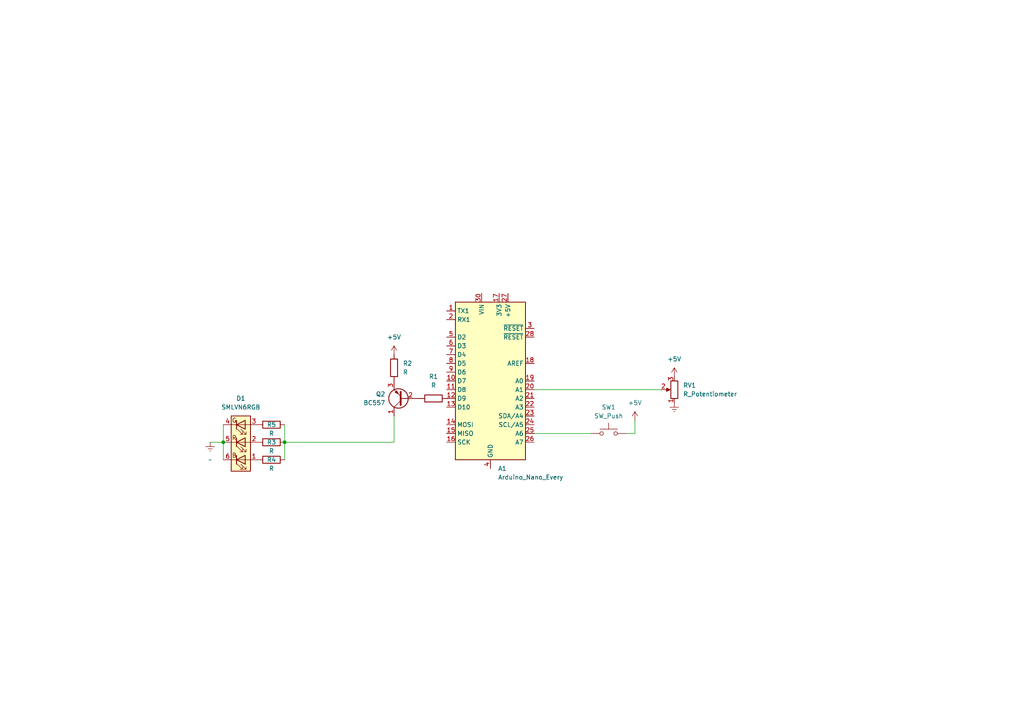
<source format=kicad_sch>
(kicad_sch (version 20231120) (generator "eeschema") (generator_version "8.0")
  (paper "A4")
  (lib_symbols
    (symbol "Device:R" (pin_numbers hide) (pin_names (offset 0))
      (property "Reference" "R" (at 2.032 0 90))
      (property "Value" "R" (at 0 0 90))
      (symbol "R_0_1"
        (rectangle (start -1.016 -2.54) (end 1.016 2.54) (stroke (width 0.254)))
      )
      (symbol "R_1_1"
        (pin passive line (at 0 3.81 270) (length 1.27) (name "~") (number "1"))
        (pin passive line (at 0 -3.81 90) (length 1.27) (name "~") (number "2"))
      )
    )
    (symbol "Device:R_Potentiometer" (pin_names (offset 1.016) hide)
      (property "Reference" "RV" (at -4.445 0 90))
      (property "Value" "R_Potentiometer" (at -2.54 0 90))
      (symbol "R_Potentiometer_0_1"
        (polyline (pts (xy 2.54 0) (xy 1.524 0)))
        (polyline (pts (xy 1.143 0) (xy 2.286 0.508) (xy 2.286 -0.508) (xy 1.143 0)) (fill (type outline)))
        (rectangle (start 1.016 2.54) (end -1.016 -2.54) (stroke (width 0.254)))
      )
      (symbol "R_Potentiometer_1_1"
        (pin passive line (at 0 3.81 270) (length 1.27) (name "1") (number "1"))
        (pin passive line (at 3.81 0 180) (length 1.27) (name "2") (number "2"))
        (pin passive line (at 0 -3.81 90) (length 1.27) (name "3") (number "3"))
      )
    )
    (symbol "LED:SMLVN6RGB" (pin_names (offset 0) hide)
      (property "Reference" "D" (at 0 12.7 0))
      (property "Value" "SMLVN6RGB" (at 0 10.16 0))
      (symbol "SMLVN6RGB_0_0"
        (text "B" (at 1.905 3.81 0) (effects (font (size 1.27 1.27))))
        (text "G" (at 1.905 -6.35 0) (effects (font (size 1.27 1.27))))
        (text "R" (at 1.905 -1.27 0) (effects (font (size 1.27 1.27))))
      )
      (symbol "SMLVN6RGB_0_1"
        (rectangle (start -2.794 8.382) (end 2.794 -7.62) (stroke (width 0.254)) (fill (type background)))
        (rectangle (start -1.27 -1.27) (end -1.27 1.27))
        (rectangle (start -1.27 1.27) (end -1.27 1.27))
        (rectangle (start -1.27 3.81) (end -1.27 6.35))
        (rectangle (start -1.27 6.35) (end -1.27 6.35))
        (polyline (pts (xy -1.27 -5.08) (xy -2.54 -5.08)))
        (polyline (pts (xy -1.27 0) (xy -2.54 0)))
        (polyline (pts (xy -1.27 0) (xy 1.27 0)))
        (polyline (pts (xy -1.27 5.08) (xy -2.54 5.08)))
        (polyline (pts (xy 1.27 -5.08) (xy -1.27 -5.08)))
        (polyline (pts (xy 1.27 -5.08) (xy 2.54 -5.08)))
        (polyline (pts (xy 1.27 -3.81) (xy 1.27 -6.35)) (stroke (width 0.254)))
        (polyline (pts (xy 1.27 0) (xy 2.54 0)))
        (polyline (pts (xy 1.27 1.27) (xy 1.27 -1.27)) (stroke (width 0.254)))
        (polyline (pts (xy 1.27 5.08) (xy -1.27 5.08)))
        (polyline (pts (xy 1.27 5.08) (xy 2.54 5.08)))
        (polyline (pts (xy 1.27 6.35) (xy 1.27 3.81)) (stroke (width 0.254)))
        (polyline (pts (xy 1.27 1.27) (xy 1.27 -1.27) (xy 1.27 -1.27)))
        (polyline (pts (xy 1.27 6.35) (xy 1.27 3.81) (xy 1.27 3.81)))
        (polyline (pts (xy -1.27 -3.81) (xy -1.27 -6.35) (xy 1.27 -5.08) (xy -1.27 -3.81)) (stroke (width 0.254)))
        (polyline (pts (xy -1.27 1.27) (xy -1.27 -1.27) (xy 1.27 0) (xy -1.27 1.27)) (stroke (width 0.254)))
        (polyline (pts (xy -1.27 6.35) (xy -1.27 3.81) (xy 1.27 5.08) (xy -1.27 6.35)) (stroke (width 0.254)))
        (polyline (pts (xy 0 -3.81) (xy -1.524 -2.286) (xy -0.762 -2.286) (xy -1.524 -2.286) (xy -1.524 -3.048)))
        (polyline (pts (xy 0 1.27) (xy -1.524 2.794) (xy -0.762 2.794) (xy -1.524 2.794) (xy -1.524 2.032)))
        (polyline (pts (xy 0 6.35) (xy -1.524 7.874) (xy -0.762 7.874) (xy -1.524 7.874) (xy -1.524 7.112)))
        (polyline (pts (xy 1.016 -3.81) (xy -0.508 -2.286) (xy 0.254 -2.286) (xy -0.508 -2.286) (xy -0.508 -3.048)))
        (polyline (pts (xy 1.016 1.27) (xy -0.508 2.794) (xy 0.254 2.794) (xy -0.508 2.794) (xy -0.508 2.032)))
        (polyline (pts (xy 1.016 6.35) (xy -0.508 7.874) (xy 0.254 7.874) (xy -0.508 7.874) (xy -0.508 7.112)))
      )
      (symbol "SMLVN6RGB_1_1"
        (pin passive line (at -5.08 5.08 0) (length 2.54) (name "BA") (number "1"))
        (pin passive line (at -5.08 0 0) (length 2.54) (name "RA") (number "2"))
        (pin passive line (at -5.08 -5.08 0) (length 2.54) (name "GA") (number "3"))
        (pin passive line (at 5.08 -5.08 180) (length 2.54) (name "GK") (number "4"))
        (pin passive line (at 5.08 0 180) (length 2.54) (name "RK") (number "5"))
        (pin passive line (at 5.08 5.08 180) (length 2.54) (name "BK") (number "6"))
      )
    )
    (symbol "MCU_Module:Arduino_Nano_Every"
      (property "Reference" "A" (at -10.16 23.495 0))
      (property "Value" "Arduino_Nano_Every" (at 5.08 -24.13 0))
      (symbol "Arduino_Nano_Every_0_1"
        (rectangle (start -10.16 22.86) (end 10.16 -22.86) (stroke (width 0.254)) (fill (type background)))
      )
      (symbol "Arduino_Nano_Every_1_1"
        (pin bidirectional line (at -12.7 20.32 0) (length 2.54) (name "TX1") (number "1"))
        (pin bidirectional line (at -12.7 0 0) (length 2.54) (name "D7") (number "10"))
        (pin bidirectional line (at -12.7 -2.54 0) (length 2.54) (name "D8") (number "11"))
        (pin bidirectional line (at -12.7 -5.08 0) (length 2.54) (name "D9") (number "12"))
        (pin bidirectional line (at -12.7 -7.62 0) (length 2.54) (name "D10") (number "13"))
        (pin bidirectional line (at -12.7 -12.7 0) (length 2.54) (name "MOSI") (number "14"))
        (pin bidirectional line (at -12.7 -15.24 0) (length 2.54) (name "MISO") (number "15"))
        (pin bidirectional line (at -12.7 -17.78 0) (length 2.54) (name "SCK") (number "16"))
        (pin power_out line (at 2.54 25.4 270) (length 2.54) (name "3V3") (number "17"))
        (pin input line (at 12.7 5.08 180) (length 2.54) (name "AREF") (number "18"))
        (pin bidirectional line (at 12.7 0 180) (length 2.54) (name "A0") (number "19"))
        (pin bidirectional line (at -12.7 17.78 0) (length 2.54) (name "RX1") (number "2"))
        (pin bidirectional line (at 12.7 -2.54 180) (length 2.54) (name "A1") (number "20"))
        (pin bidirectional line (at 12.7 -5.08 180) (length 2.54) (name "A2") (number "21"))
        (pin bidirectional line (at 12.7 -7.62 180) (length 2.54) (name "A3") (number "22"))
        (pin bidirectional line (at 12.7 -10.16 180) (length 2.54) (name "SDA/A4") (number "23"))
        (pin bidirectional line (at 12.7 -12.7 180) (length 2.54) (name "SCL/A5") (number "24"))
        (pin bidirectional line (at 12.7 -15.24 180) (length 2.54) (name "A6") (number "25"))
        (pin bidirectional line (at 12.7 -17.78 180) (length 2.54) (name "A7") (number "26"))
        (pin power_out line (at 5.08 25.4 270) (length 2.54) (name "+5V") (number "27"))
        (pin input line (at 12.7 12.7 180) (length 2.54) (name "~{RESET}") (number "28"))
        (pin passive line (at 0 -25.4 90) (length 2.54) hide (name "GND") (number "29"))
        (pin input line (at 12.7 15.24 180) (length 2.54) (name "~{RESET}") (number "3"))
        (pin power_in line (at -2.54 25.4 270) (length 2.54) (name "VIN") (number "30"))
        (pin power_in line (at 0 -25.4 90) (length 2.54) (name "GND") (number "4"))
        (pin bidirectional line (at -12.7 12.7 0) (length 2.54) (name "D2") (number "5"))
        (pin bidirectional line (at -12.7 10.16 0) (length 2.54) (name "D3") (number "6"))
        (pin bidirectional line (at -12.7 7.62 0) (length 2.54) (name "D4") (number "7"))
        (pin bidirectional line (at -12.7 5.08 0) (length 2.54) (name "D5") (number "8"))
        (pin bidirectional line (at -12.7 2.54 0) (length 2.54) (name "D6") (number "9"))
      )
    )
    (symbol "Switch:SW_Push" (pin_numbers hide) (pin_names (offset 1.016) hide)
      (property "Reference" "SW" (at 1.27 2.54 0))
      (property "Value" "SW_Push" (at 0 -1.524 0))
      (symbol "SW_Push_0_1"
        (circle (center -2.032 0) (radius 0.508))
        (polyline (pts (xy 0 1.27) (xy 0 3.048)))
        (polyline (pts (xy 2.54 1.27) (xy -2.54 1.27)))
        (circle (center 2.032 0) (radius 0.508))
        (pin passive line (at -5.08 0 0) (length 2.54) (name "1") (number "1"))
        (pin passive line (at 5.08 0 180) (length 2.54) (name "2") (number "2"))
      )
    )
    (symbol "Transistor_BJT:BC557" (pin_names (offset 0) hide)
      (property "Reference" "Q" (at 5.08 1.905 0))
      (property "Value" "BC557" (at 5.08 0 0))
      (symbol "BC557_0_1"
        (polyline (pts (xy 0.635 0.635) (xy 2.54 2.54)))
        (polyline (pts (xy 0.635 -0.635) (xy 2.54 -2.54) (xy 2.54 -2.54)))
        (polyline (pts (xy 0.635 1.905) (xy 0.635 -1.905) (xy 0.635 -1.905)) (stroke (width 0.508)))
        (polyline (pts (xy 2.286 -1.778) (xy 1.778 -2.286) (xy 1.27 -1.27) (xy 2.286 -1.778) (xy 2.286 -1.778)) (fill (type outline)))
        (circle (center 1.27 0) (radius 2.8194) (stroke (width 0.254)))
      )
      (symbol "BC557_1_1"
        (pin passive line (at 2.54 5.08 270) (length 2.54) (name "C") (number "1"))
        (pin input line (at -5.08 0 0) (length 5.715) (name "B") (number "2"))
        (pin passive line (at 2.54 -5.08 90) (length 2.54) (name "E") (number "3"))
      )
    )
    (symbol "power:+5V" (power) (pin_numbers hide) (pin_names (offset 0) hide)
      (property "Value" "+5V" (at 0 3.556 0))
      (symbol "+5V_0_1"
        (polyline (pts (xy -0.762 1.27) (xy 0 2.54)))
        (polyline (pts (xy 0 0) (xy 0 2.54)))
        (polyline (pts (xy 0 2.54) (xy 0.762 1.27)))
      )
      (symbol "+5V_1_1"
        (pin power_in line (at 0 0 90) (length 0) (name "~") (number "1"))
      )
    )
    (symbol "power:Earth" (power) (pin_numbers hide) (pin_names (offset 0) hide)
      (property "Value" "Earth" (at 0 -3.81 0))
      (symbol "Earth_0_1"
        (polyline (pts (xy -0.635 -1.905) (xy 0.635 -1.905)))
        (polyline (pts (xy -0.127 -2.54) (xy 0.127 -2.54)))
        (polyline (pts (xy 0 -1.27) (xy 0 0)))
        (polyline (pts (xy 1.27 -1.27) (xy -1.27 -1.27)))
      )
      (symbol "Earth_1_1"
        (pin power_in line (at 0 0 270) (length 0) (name "~") (number "1"))
      )
    )
  )
  (junction (at 64.77 128.27))
  (junction (at 82.55 128.27))
  (wire (pts (xy 82.55 123.19) (xy 82.55 128.27)))
  (wire (pts (xy 64.77 123.19) (xy 64.77 128.27)))
  (wire (pts (xy 154.94 113.03) (xy 191.77 113.03)))
  (wire (pts (xy 181.61 125.73) (xy 184.15 125.73)))
  (wire (pts (xy 114.3 128.27) (xy 114.3 120.65)))
  (wire (pts (xy 82.55 128.27) (xy 82.55 133.35)))
  (wire (pts (xy 60.96 128.27) (xy 64.77 128.27)))
  (wire (pts (xy 64.77 128.27) (xy 64.77 133.35)))
  (wire (pts (xy 154.94 125.73) (xy 171.45 125.73)))
  (wire (pts (xy 184.15 121.92) (xy 184.15 125.73)))
  (wire (pts (xy 82.55 128.27) (xy 114.3 128.27)))
  (symbol (lib_id "Device:R") (at 78.74 133.35 270) (unit 1)
    (property "Reference" "R4" (at 78.74 133.35 90))
    (property "Value" "R" (at 78.74 135.89 90))
    (property "Description" "Resistor" (effects (hide yes)))
  )
  (symbol (lib_id "power:+5V") (at 195.58 109.22 0) (unit 1)
    (property "Reference" "#PWR01" (effects (hide yes)))
    (property "Value" "+5V" (at 195.58 104.14 0))
    (property "Description" "Power symbol creates a global label with name \"+5V\"" (effects (hide yes)))
  )
  (symbol (lib_id "Device:R_Potentiometer") (at 195.58 113.03 180) (unit 1)
    (property "Reference" "RV1" (at 198.12 111.7599 0) (effects (justify right)))
    (property "Value" "R_Potentiometer" (at 198.12 114.2999 0) (effects (justify right)))
    (property "Description" "Potentiometer" (effects (hide yes)))
  )
  (symbol (lib_id "Device:R") (at 114.3 106.68 0) (unit 1)
    (property "Reference" "R2" (at 116.84 105.4099 0) (effects (justify left)))
    (property "Value" "R" (at 116.84 107.9499 0) (effects (justify left)))
    (property "Description" "Resistor" (effects (hide yes)))
  )
  (symbol (lib_id "LED:SMLVN6RGB") (at 69.85 128.27 180) (unit 1)
    (property "Reference" "D1" (at 69.85 115.57 0))
    (property "Value" "SMLVN6RGB" (at 69.85 118.11 0))
    (property "Footprint" "LED_SMD:LED_ROHM_SMLVN6" (effects (hide yes)))
    (property "Datasheet" "https://www.rohm.com/datasheet/SMLVN6RGB1U" (effects (hide yes)))
    (property "Description" "High Brightness Tri-Color LED, RGB, 3.5x2.8mm" (effects (hide yes)))
  )
  (symbol (lib_id "Device:R") (at 78.74 128.27 270) (unit 1)
    (property "Reference" "R3" (at 78.74 128.27 90))
    (property "Value" "R" (at 78.74 130.81 90))
    (property "Description" "Resistor" (effects (hide yes)))
  )
  (symbol (lib_id "Device:R") (at 78.74 123.19 270) (unit 1)
    (property "Reference" "R5" (at 78.74 123.19 90))
    (property "Value" "R" (at 78.74 125.73 90))
    (property "Description" "Resistor" (effects (hide yes)))
  )
  (symbol (lib_id "Switch:SW_Push") (at 176.53 125.73 0) (unit 1)
    (property "Reference" "SW1" (at 176.53 118.11 0))
    (property "Value" "SW_Push" (at 176.53 120.65 0))
    (property "Description" "Push button switch, generic, two pins" (effects (hide yes)))
  )
  (symbol (lib_id "Transistor_BJT:BC557") (at 116.84 115.57 180) (unit 1)
    (property "Reference" "Q2" (at 111.76 114.2999 0) (effects (justify left)))
    (property "Value" "BC557" (at 111.76 116.8399 0) (effects (justify left)))
    (property "Footprint" "Package_TO_SOT_THT:TO-92_Inline" (effects (hide yes)))
    (property "Datasheet" "https://www.onsemi.com/pub/Collateral/BC556BTA-D.pdf" (effects (hide yes)))
    (property "Description" "0.1A Ic, 45V Vce, PNP Small Signal Transistor, TO-92" (effects (hide yes)))
  )
  (symbol (lib_id "MCU_Module:Arduino_Nano_Every") (at 142.24 110.49 0) (unit 1)
    (property "Reference" "A1" (at 144.4341 135.89 0) (effects (justify left)))
    (property "Value" "Arduino_Nano_Every" (at 144.4341 138.43 0) (effects (justify left)))
    (property "Footprint" "Module:Arduino_Nano" (effects (hide yes)))
    (property "Datasheet" "https://content.arduino.cc/assets/NANOEveryV3.0_sch.pdf" (effects (hide yes)))
    (property "Description" "Arduino Nano Every" (effects (hide yes)))
  )
  (symbol (lib_id "power:Earth") (at 195.58 116.84 0) (unit 1)
    (property "Reference" "#PWR06" (effects (hide yes)))
    (property "Value" "Earth" (effects (hide yes)))
    (property "Description" "Power symbol creates a global label with name \"Earth\"" (effects (hide yes)))
  )
  (symbol (lib_id "power:+5V") (at 114.3 102.87 0) (unit 1)
    (property "Reference" "#PWR04" (effects (hide yes)))
    (property "Value" "+5V" (at 114.3 97.79 0))
    (property "Description" "Power symbol creates a global label with name \"+5V\"" (effects (hide yes)))
  )
  (symbol (lib_id "power:Earth") (at 60.96 128.27 0) (unit 1)
    (property "Reference" "#PWR05" (effects (hide yes)))
    (property "Value" "~" (at 60.96 133.35 0))
    (property "Description" "Power symbol creates a global label with name \"Earth\"" (effects (hide yes)))
  )
  (symbol (lib_id "power:+5V") (at 184.15 121.92 0) (unit 1)
    (property "Reference" "#PWR03" (effects (hide yes)))
    (property "Value" "+5V" (at 184.15 116.84 0))
    (property "Description" "Power symbol creates a global label with name \"+5V\"" (effects (hide yes)))
  )
  (symbol (lib_id "Device:R") (at 125.73 115.57 270) (unit 1)
    (property "Reference" "R1" (at 125.73 109.22 90))
    (property "Value" "R" (at 125.73 111.76 90))
    (property "Description" "Resistor" (effects (hide yes)))
  )
)
</source>
